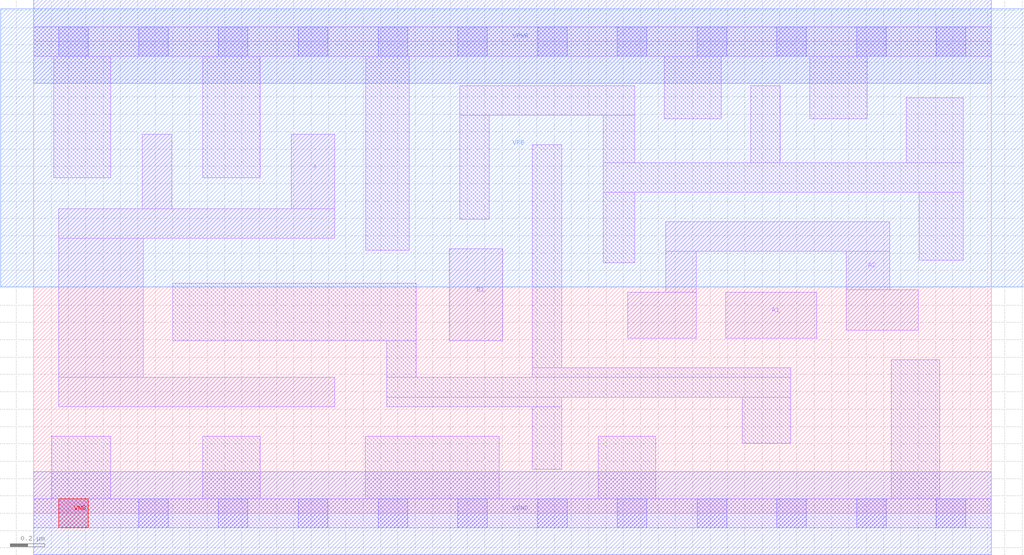
<source format=lef>
# Copyright 2020 The SkyWater PDK Authors
#
# Licensed under the Apache License, Version 2.0 (the "License");
# you may not use this file except in compliance with the License.
# You may obtain a copy of the License at
#
#     https://www.apache.org/licenses/LICENSE-2.0
#
# Unless required by applicable law or agreed to in writing, software
# distributed under the License is distributed on an "AS IS" BASIS,
# WITHOUT WARRANTIES OR CONDITIONS OF ANY KIND, either express or implied.
# See the License for the specific language governing permissions and
# limitations under the License.
#
# SPDX-License-Identifier: Apache-2.0

VERSION 5.7 ;
  NOWIREEXTENSIONATPIN ON ;
  DIVIDERCHAR "/" ;
  BUSBITCHARS "[]" ;
MACRO sky130_fd_sc_hd__a21o_4
  CLASS CORE ;
  FOREIGN sky130_fd_sc_hd__a21o_4 ;
  ORIGIN  0.000000  0.000000 ;
  SIZE  5.520000 BY  2.720000 ;
  SYMMETRY X Y R90 ;
  SITE unithd ;
  PIN A1
    ANTENNAGATEAREA  0.495000 ;
    DIRECTION INPUT ;
    USE SIGNAL ;
    PORT
      LAYER li1 ;
        RECT 3.990000 1.010000 4.515000 1.275000 ;
    END
  END A1
  PIN A2
    ANTENNAGATEAREA  0.495000 ;
    DIRECTION INPUT ;
    USE SIGNAL ;
    PORT
      LAYER li1 ;
        RECT 3.425000 1.010000 3.820000 1.275000 ;
        RECT 3.645000 1.275000 3.820000 1.510000 ;
        RECT 3.645000 1.510000 4.935000 1.680000 ;
        RECT 4.685000 1.055000 5.100000 1.290000 ;
        RECT 4.685000 1.290000 4.935000 1.510000 ;
    END
  END A2
  PIN B1
    ANTENNAGATEAREA  0.495000 ;
    DIRECTION INPUT ;
    USE SIGNAL ;
    PORT
      LAYER li1 ;
        RECT 2.395000 0.995000 2.705000 1.525000 ;
    END
  END B1
  PIN VNB
    PORT
      LAYER pwell ;
        RECT 0.145000 -0.085000 0.315000 0.085000 ;
    END
  END VNB
  PIN VPB
    PORT
      LAYER nwell ;
        RECT -0.190000 1.305000 5.710000 2.910000 ;
    END
  END VPB
  PIN X
    ANTENNADIFFAREA  0.924000 ;
    DIRECTION OUTPUT ;
    USE SIGNAL ;
    PORT
      LAYER li1 ;
        RECT 0.145000 0.615000 1.735000 0.785000 ;
        RECT 0.145000 0.785000 0.630000 1.585000 ;
        RECT 0.145000 1.585000 1.735000 1.755000 ;
        RECT 0.625000 1.755000 0.795000 2.185000 ;
        RECT 1.485000 1.755000 1.735000 2.185000 ;
    END
  END X
  PIN VGND
    DIRECTION INOUT ;
    SHAPE ABUTMENT ;
    USE GROUND ;
    PORT
      LAYER met1 ;
        RECT 0.000000 -0.240000 5.520000 0.240000 ;
    END
  END VGND
  PIN VPWR
    DIRECTION INOUT ;
    SHAPE ABUTMENT ;
    USE POWER ;
    PORT
      LAYER met1 ;
        RECT 0.000000 2.480000 5.520000 2.960000 ;
    END
  END VPWR
  OBS
    LAYER li1 ;
      RECT 0.000000 -0.085000 5.520000 0.085000 ;
      RECT 0.000000  2.635000 5.520000 2.805000 ;
      RECT 0.105000  0.085000 0.445000 0.445000 ;
      RECT 0.115000  1.935000 0.445000 2.635000 ;
      RECT 0.800000  0.995000 2.205000 1.325000 ;
      RECT 0.975000  0.085000 1.305000 0.445000 ;
      RECT 0.975000  1.935000 1.305000 2.635000 ;
      RECT 1.910000  0.085000 2.685000 0.445000 ;
      RECT 1.915000  1.515000 2.165000 2.635000 ;
      RECT 2.035000  0.615000 3.045000 0.670000 ;
      RECT 2.035000  0.670000 4.365000 0.785000 ;
      RECT 2.035000  0.785000 2.205000 0.995000 ;
      RECT 2.455000  1.695000 2.625000 2.295000 ;
      RECT 2.455000  2.295000 3.465000 2.465000 ;
      RECT 2.875000  0.255000 3.045000 0.615000 ;
      RECT 2.875000  0.785000 4.365000 0.840000 ;
      RECT 2.875000  0.840000 3.045000 2.125000 ;
      RECT 3.255000  0.085000 3.585000 0.445000 ;
      RECT 3.285000  1.445000 3.465000 1.850000 ;
      RECT 3.285000  1.850000 5.360000 2.020000 ;
      RECT 3.285000  2.020000 3.465000 2.295000 ;
      RECT 3.635000  2.275000 3.965000 2.635000 ;
      RECT 4.085000  0.405000 4.365000 0.670000 ;
      RECT 4.135000  2.020000 4.305000 2.465000 ;
      RECT 4.475000  2.275000 4.805000 2.635000 ;
      RECT 4.945000  0.085000 5.225000 0.885000 ;
      RECT 5.030000  2.020000 5.360000 2.395000 ;
      RECT 5.105000  1.460000 5.360000 1.850000 ;
    LAYER mcon ;
      RECT 0.145000 -0.085000 0.315000 0.085000 ;
      RECT 0.145000  2.635000 0.315000 2.805000 ;
      RECT 0.605000 -0.085000 0.775000 0.085000 ;
      RECT 0.605000  2.635000 0.775000 2.805000 ;
      RECT 1.065000 -0.085000 1.235000 0.085000 ;
      RECT 1.065000  2.635000 1.235000 2.805000 ;
      RECT 1.525000 -0.085000 1.695000 0.085000 ;
      RECT 1.525000  2.635000 1.695000 2.805000 ;
      RECT 1.985000 -0.085000 2.155000 0.085000 ;
      RECT 1.985000  2.635000 2.155000 2.805000 ;
      RECT 2.445000 -0.085000 2.615000 0.085000 ;
      RECT 2.445000  2.635000 2.615000 2.805000 ;
      RECT 2.905000 -0.085000 3.075000 0.085000 ;
      RECT 2.905000  2.635000 3.075000 2.805000 ;
      RECT 3.365000 -0.085000 3.535000 0.085000 ;
      RECT 3.365000  2.635000 3.535000 2.805000 ;
      RECT 3.825000 -0.085000 3.995000 0.085000 ;
      RECT 3.825000  2.635000 3.995000 2.805000 ;
      RECT 4.285000 -0.085000 4.455000 0.085000 ;
      RECT 4.285000  2.635000 4.455000 2.805000 ;
      RECT 4.745000 -0.085000 4.915000 0.085000 ;
      RECT 4.745000  2.635000 4.915000 2.805000 ;
      RECT 5.205000 -0.085000 5.375000 0.085000 ;
      RECT 5.205000  2.635000 5.375000 2.805000 ;
  END
END sky130_fd_sc_hd__a21o_4
END LIBRARY

</source>
